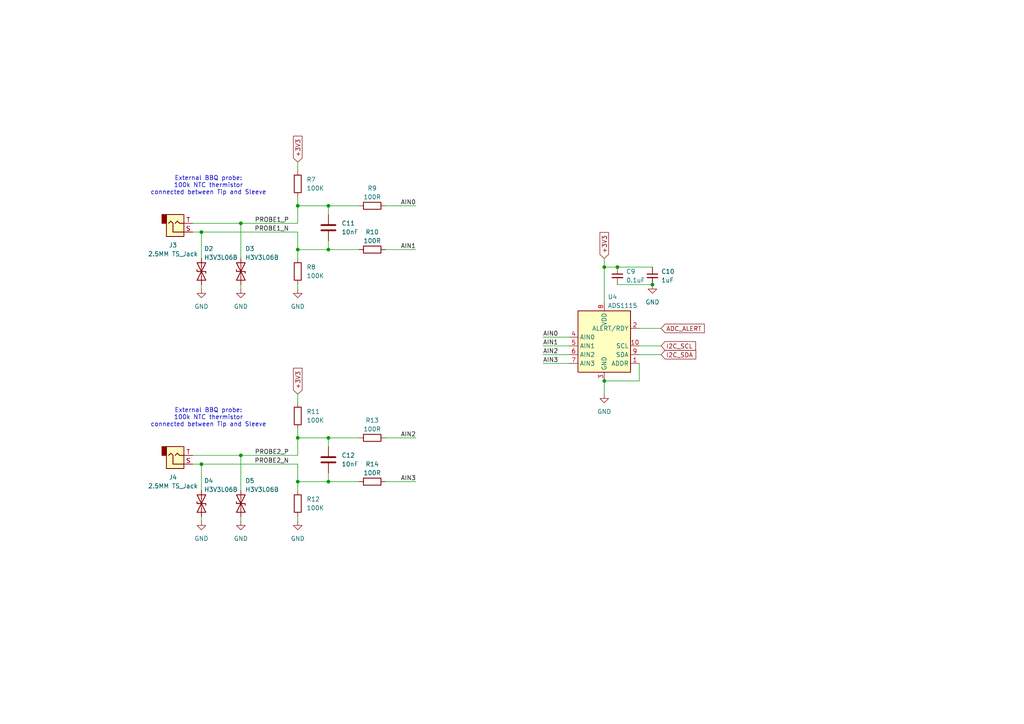
<source format=kicad_sch>
(kicad_sch (version 20250114) (generator "eeschema") (generator_version "9.0")
  (paper "A4")
  (lib_symbols
    (symbol "Analog_ADC:ADS1115IDGS"
      (property "Reference" "U" (at 2.54 13.97 0))
      (property "Value" "ADS1115IDGS" (at 7.62 11.43 0))
      (symbol "ADS1115IDGS_0_1"
        (rectangle (start -7.62 10.16) (end 7.62 -7.62) (stroke (width 0.254)) (fill (type background)))
      )
      (symbol "ADS1115IDGS_1_1"
        (pin input line (at -10.16 2.54 0) (length 2.54) (name "AIN0") (number "4"))
        (pin input line (at -10.16 0 0) (length 2.54) (name "AIN1") (number "5"))
        (pin input line (at -10.16 -2.54 0) (length 2.54) (name "AIN2") (number "6"))
        (pin input line (at -10.16 -5.08 0) (length 2.54) (name "AIN3") (number "7"))
        (pin power_in line (at 0 12.7 270) (length 2.54) (name "VDD") (number "8"))
        (pin power_in line (at 0 -10.16 90) (length 2.54) (name "GND") (number "3"))
        (pin output line (at 10.16 5.08 180) (length 2.54) (name "ALERT/RDY") (number "2"))
        (pin input line (at 10.16 0 180) (length 2.54) (name "SCL") (number "10"))
        (pin bidirectional line (at 10.16 -2.54 180) (length 2.54) (name "SDA") (number "9"))
        (pin input line (at 10.16 -5.08 180) (length 2.54) (name "ADDR") (number "1"))
      )
    )
    (symbol "Connector_Audio:AudioJack2"
      (property "Reference" "J" (at 0 8.89 0))
      (property "Value" "AudioJack2" (at 0 6.35 0))
      (symbol "AudioJack2_0_1"
        (rectangle (start -3.81 0) (end -2.54 -2.54) (stroke (width 0.254)) (fill (type outline)))
        (rectangle (start -2.54 3.81) (end 2.54 -2.54) (stroke (width 0.254)) (fill (type background)))
        (polyline (pts (xy 0 0) (xy 0.635 -0.635) (xy 1.27 0) (xy 2.54 0)) (stroke (width 0.254)))
        (polyline (pts (xy 2.54 2.54) (xy -0.635 2.54) (xy -0.635 0) (xy -1.27 -0.635) (xy -1.905 0)) (stroke (width 0.254)))
      )
      (symbol "AudioJack2_1_1"
        (pin passive line (at 5.08 2.54 180) (length 2.54) (name "~") (number "S"))
        (pin passive line (at 5.08 0 180) (length 2.54) (name "~") (number "T"))
      )
    )
    (symbol "Device:C" (pin_numbers (hide yes)) (pin_names (offset 0.254))
      (property "Reference" "C" (at 0.635 2.54 0))
      (property "Value" "C" (at 0.635 -2.54 0))
      (symbol "C_0_1"
        (polyline (pts (xy -2.032 0.762) (xy 2.032 0.762)) (stroke (width 0.508)))
        (polyline (pts (xy -2.032 -0.762) (xy 2.032 -0.762)) (stroke (width 0.508)))
      )
      (symbol "C_1_1"
        (pin passive line (at 0 3.81 270) (length 2.794) (name "~") (number "1"))
        (pin passive line (at 0 -3.81 90) (length 2.794) (name "~") (number "2"))
      )
    )
    (symbol "Device:C_Small" (pin_numbers (hide yes)) (pin_names (offset 0.254) (hide yes))
      (property "Reference" "C" (at 0.254 1.778 0))
      (property "Value" "C_Small" (at 0.254 -2.032 0))
      (symbol "C_Small_0_1"
        (polyline (pts (xy -1.524 0.508) (xy 1.524 0.508)) (stroke (width 0.3048)))
        (polyline (pts (xy -1.524 -0.508) (xy 1.524 -0.508)) (stroke (width 0.3302)))
      )
      (symbol "C_Small_1_1"
        (pin passive line (at 0 2.54 270) (length 2.032) (name "~") (number "1"))
        (pin passive line (at 0 -2.54 90) (length 2.032) (name "~") (number "2"))
      )
    )
    (symbol "Device:D_TVS" (pin_numbers (hide yes)) (pin_names (offset 1.016) (hide yes))
      (property "Reference" "D" (at 0 2.54 0))
      (property "Value" "D_TVS" (at 0 -2.54 0))
      (symbol "D_TVS_0_1"
        (polyline (pts (xy -2.54 1.27) (xy -2.54 -1.27) (xy 2.54 1.27) (xy 2.54 -1.27) (xy -2.54 1.27)) (stroke (width 0.254)))
        (polyline (pts (xy 0.508 1.27) (xy 0 1.27) (xy 0 -1.27) (xy -0.508 -1.27)) (stroke (width 0.254)))
        (polyline (pts (xy 1.27 0) (xy -1.27 0)))
      )
      (symbol "D_TVS_1_1"
        (pin passive line (at -3.81 0 0) (length 2.54) (name "A1") (number "1"))
        (pin passive line (at 3.81 0 180) (length 2.54) (name "A2") (number "2"))
      )
    )
    (symbol "Device:R" (pin_numbers (hide yes)) (pin_names (offset 0))
      (property "Reference" "R" (at 2.032 0 90))
      (property "Value" "R" (at 0 0 90))
      (symbol "R_0_1"
        (rectangle (start -1.016 -2.54) (end 1.016 2.54) (stroke (width 0.254)))
      )
      (symbol "R_1_1"
        (pin passive line (at 0 3.81 270) (length 1.27) (name "~") (number "1"))
        (pin passive line (at 0 -3.81 90) (length 1.27) (name "~") (number "2"))
      )
    )
    (symbol "power:GND" (power) (pin_numbers (hide yes)) (pin_names (offset 0) (hide yes))
      (property "Value" "GND" (at 0 -3.81 0))
      (symbol "GND_0_1"
        (polyline (pts (xy 0 0) (xy 0 -1.27) (xy 1.27 -1.27) (xy 0 -2.54) (xy -1.27 -1.27) (xy 0 -1.27)))
      )
      (symbol "GND_1_1"
        (pin power_in line (at 0 0 270) (length 0) (name "~") (number "1"))
      )
    )
  )
  (text "External BBQ probe:\n100k NTC thermistor\nconnected between Tip and Sleeve" (at 60.452 53.848 0) (effects (font (size 1.27 1.27))))
  (text "External BBQ probe:\n100k NTC thermistor\nconnected between Tip and Sleeve" (at 60.452 121.158 0) (effects (font (size 1.27 1.27))))
  (junction (at 86.36 72.39))
  (junction (at 58.42 134.62))
  (junction (at 58.42 67.31))
  (junction (at 86.36 127))
  (junction (at 175.26 77.47))
  (junction (at 189.23 82.55))
  (junction (at 179.07 77.47))
  (junction (at 69.85 64.77))
  (junction (at 95.25 72.39))
  (junction (at 69.85 132.08))
  (junction (at 175.26 110.49))
  (junction (at 86.36 59.69))
  (junction (at 86.36 139.7))
  (junction (at 95.25 59.69))
  (junction (at 95.25 139.7))
  (junction (at 95.25 127))
  (wire (pts (xy 95.25 139.7) (xy 104.14 139.7)))
  (wire (pts (xy 58.42 134.62) (xy 86.36 134.62)))
  (wire (pts (xy 179.07 82.55) (xy 189.23 82.55)))
  (wire (pts (xy 185.42 105.41) (xy 185.42 110.49)))
  (wire (pts (xy 175.26 77.47) (xy 179.07 77.47)))
  (wire (pts (xy 55.88 64.77) (xy 69.85 64.77)))
  (wire (pts (xy 175.26 110.49) (xy 185.42 110.49)))
  (wire (pts (xy 175.26 77.47) (xy 175.26 87.63)))
  (wire (pts (xy 95.25 69.85) (xy 95.25 72.39)))
  (wire (pts (xy 95.25 59.69) (xy 104.14 59.69)))
  (wire (pts (xy 86.36 127) (xy 86.36 132.08)))
  (wire (pts (xy 58.42 134.62) (xy 58.42 142.24)))
  (wire (pts (xy 69.85 151.13) (xy 69.85 149.86)))
  (wire (pts (xy 179.07 77.47) (xy 189.23 77.47)))
  (wire (pts (xy 86.36 59.69) (xy 95.25 59.69)))
  (wire (pts (xy 111.76 59.69) (xy 120.65 59.69)))
  (wire (pts (xy 185.42 102.87) (xy 191.77 102.87)))
  (wire (pts (xy 69.85 132.08) (xy 86.36 132.08)))
  (wire (pts (xy 86.36 139.7) (xy 86.36 142.24)))
  (wire (pts (xy 86.36 59.69) (xy 86.36 64.77)))
  (wire (pts (xy 86.36 134.62) (xy 86.36 139.7)))
  (wire (pts (xy 86.36 116.84) (xy 86.36 114.3)))
  (wire (pts (xy 95.25 127) (xy 104.14 127)))
  (wire (pts (xy 86.36 57.15) (xy 86.36 59.69)))
  (wire (pts (xy 185.42 100.33) (xy 191.77 100.33)))
  (wire (pts (xy 157.48 102.87) (xy 165.1 102.87)))
  (wire (pts (xy 157.48 105.41) (xy 165.1 105.41)))
  (wire (pts (xy 157.48 100.33) (xy 165.1 100.33)))
  (wire (pts (xy 86.36 72.39) (xy 86.36 74.93)))
  (wire (pts (xy 86.36 67.31) (xy 86.36 72.39)))
  (wire (pts (xy 86.36 72.39) (xy 95.25 72.39)))
  (wire (pts (xy 157.48 97.79) (xy 165.1 97.79)))
  (wire (pts (xy 58.42 149.86) (xy 58.42 151.13)))
  (wire (pts (xy 86.36 149.86) (xy 86.36 151.13)))
  (wire (pts (xy 175.26 74.93) (xy 175.26 77.47)))
  (wire (pts (xy 111.76 72.39) (xy 120.65 72.39)))
  (wire (pts (xy 69.85 83.82) (xy 69.85 82.55)))
  (wire (pts (xy 58.42 67.31) (xy 58.42 74.93)))
  (wire (pts (xy 58.42 67.31) (xy 86.36 67.31)))
  (wire (pts (xy 55.88 134.62) (xy 58.42 134.62)))
  (wire (pts (xy 86.36 124.46) (xy 86.36 127)))
  (wire (pts (xy 95.25 137.16) (xy 95.25 139.7)))
  (wire (pts (xy 55.88 67.31) (xy 58.42 67.31)))
  (wire (pts (xy 55.88 132.08) (xy 69.85 132.08)))
  (wire (pts (xy 111.76 139.7) (xy 120.65 139.7)))
  (wire (pts (xy 86.36 139.7) (xy 95.25 139.7)))
  (wire (pts (xy 95.25 59.69) (xy 95.25 62.23)))
  (wire (pts (xy 86.36 82.55) (xy 86.36 83.82)))
  (wire (pts (xy 185.42 95.25) (xy 191.77 95.25)))
  (wire (pts (xy 86.36 127) (xy 95.25 127)))
  (wire (pts (xy 86.36 49.53) (xy 86.36 46.99)))
  (wire (pts (xy 69.85 132.08) (xy 69.85 142.24)))
  (wire (pts (xy 175.26 114.3) (xy 175.26 110.49)))
  (wire (pts (xy 69.85 64.77) (xy 69.85 74.93)))
  (wire (pts (xy 111.76 127) (xy 120.65 127)))
  (wire (pts (xy 69.85 64.77) (xy 86.36 64.77)))
  (wire (pts (xy 95.25 72.39) (xy 104.14 72.39)))
  (wire (pts (xy 58.42 82.55) (xy 58.42 83.82)))
  (wire (pts (xy 95.25 127) (xy 95.25 129.54)))
  (label "AIN1" (at 157.48 100.33 0))
  (label "AIN0" (at 157.48 97.79 0))
  (label "PROBE2_N" (at 83.82 134.62 180))
  (label "AIN2" (at 157.48 102.87 0))
  (label "PROBE1_P" (at 83.82 64.77 180))
  (label "PROBE2_P" (at 83.82 132.08 180))
  (label "AIN3" (at 157.48 105.41 0))
  (label "AIN1" (at 120.65 72.39 180))
  (label "AIN2" (at 120.65 127 180))
  (label "AIN3" (at 120.65 139.7 180))
  (label "AIN0" (at 120.65 59.69 180))
  (label "PROBE1_N" (at 83.82 67.31 180))
  (global_label "+3V3" (shape input) (at 86.36 46.99 90) (property "Intersheetrefs" "${INTERSHEET_REFS}" (effects (hide yes))))
  (global_label "I2C_SDA" (shape input) (at 191.77 102.87 0) (property "Intersheetrefs" "${INTERSHEET_REFS}" (effects (hide yes))))
  (global_label "I2C_SCL" (shape input) (at 191.77 100.33 0) (property "Intersheetrefs" "${INTERSHEET_REFS}" (effects (hide yes))))
  (global_label "+3V3" (shape input) (at 175.26 74.93 90) (property "Intersheetrefs" "${INTERSHEET_REFS}" (effects (hide yes))))
  (global_label "+3V3" (shape input) (at 86.36 114.3 90) (property "Intersheetrefs" "${INTERSHEET_REFS}" (effects (hide yes))))
  (global_label "ADC_ALERT" (shape input) (at 191.77 95.25 0) (property "Intersheetrefs" "${INTERSHEET_REFS}" (effects (hide yes))))
  (symbol (lib_id "Connector_Audio:AudioJack2") (at 50.8 132.08 0) (mirror x) (unit 1)
    (property "Reference" "J4" (at 50.165 138.43 0))
    (property "Value" "2.5MM TS_Jack" (at 50.165 140.97 0))
    (property "Description" "Audio Jack, 2 Poles (Mono / TS)" (effects (hide yes)))
  )
  (symbol (lib_id "power:GND") (at 86.36 83.82 0) (unit 1)
    (property "Reference" "#PWR022" (effects (hide yes)))
    (property "Value" "GND" (at 86.36 88.9 0))
    (property "Description" "Power symbol creates a global label with name \"GND\" , ground" (effects (hide yes)))
  )
  (symbol (lib_id "power:GND") (at 86.36 151.13 0) (unit 1)
    (property "Reference" "#PWR027" (effects (hide yes)))
    (property "Value" "GND" (at 86.36 156.21 0))
    (property "Description" "Power symbol creates a global label with name \"GND\" , ground" (effects (hide yes)))
  )
  (symbol (lib_id "Device:C") (at 95.25 133.35 0) (unit 1)
    (property "Reference" "C12" (at 99.06 132.0799 0) (effects (justify left)))
    (property "Value" "10nF" (at 99.06 134.6199 0) (effects (justify left)))
    (property "Footprint" "Capacitor_SMD:C_0603_1608Metric" (effects (hide yes)))
    (property "Description" "Ceramic, X7R" (effects (hide yes)))
  )
  (symbol (lib_id "Device:D_TVS") (at 69.85 146.05 90) (unit 1)
    (property "Reference" "D5" (at 71.12 139.446 90) (effects (justify right)))
    (property "Value" "H3V3L06B" (at 71.12 141.986 90) (effects (justify right)))
    (property "Description" "Bidirectional transient-voltage-suppression diode" (effects (hide yes)))
  )
  (symbol (lib_id "power:GND") (at 58.42 151.13 0) (unit 1)
    (property "Reference" "#PWR023" (effects (hide yes)))
    (property "Value" "GND" (at 58.42 156.21 0))
    (property "Description" "Power symbol creates a global label with name \"GND\" , ground" (effects (hide yes)))
  )
  (symbol (lib_id "Device:C_Small") (at 189.23 80.01 0) (unit 1)
    (property "Reference" "C10" (at 191.77 78.7462 0) (effects (justify left)))
    (property "Value" "1uF" (at 191.77 81.2862 0) (effects (justify left)))
    (property "Description" "Unpolarized capacitor, small symbol" (effects (hide yes)))
  )
  (symbol (lib_id "Device:R") (at 107.95 127 90) (unit 1)
    (property "Reference" "R13" (at 107.95 121.92 90))
    (property "Value" "100R" (at 107.95 124.46 90))
    (property "Description" "Resistor" (effects (hide yes)))
  )
  (symbol (lib_id "Device:R") (at 107.95 59.69 90) (unit 1)
    (property "Reference" "R9" (at 107.95 54.61 90))
    (property "Value" "100R" (at 107.95 57.15 90))
    (property "Description" "Resistor" (effects (hide yes)))
  )
  (symbol (lib_id "Device:R") (at 86.36 120.65 0) (unit 1)
    (property "Reference" "R11" (at 88.9 119.3799 0) (effects (justify left)))
    (property "Value" "100K" (at 88.9 121.9199 0) (effects (justify left)))
    (property "Description" "Resistor" (effects (hide yes)))
  )
  (symbol (lib_id "Device:C_Small") (at 179.07 80.01 0) (unit 1)
    (property "Reference" "C9" (at 181.61 78.7462 0) (effects (justify left)))
    (property "Value" "0.1uF" (at 181.61 81.2862 0) (effects (justify left)))
    (property "Footprint" "Capacitor_SMD:C_0603_1608Metric" (effects (hide yes)))
    (property "Description" "Unpolarized capacitor, small symbol" (effects (hide yes)))
  )
  (symbol (lib_id "Device:R") (at 107.95 72.39 90) (unit 1)
    (property "Reference" "R10" (at 107.95 67.31 90))
    (property "Value" "100R" (at 107.95 69.85 90))
    (property "Description" "Resistor" (effects (hide yes)))
  )
  (symbol (lib_id "Device:D_TVS") (at 69.85 78.74 90) (unit 1)
    (property "Reference" "D3" (at 71.12 72.136 90) (effects (justify right)))
    (property "Value" "H3V3L06B" (at 71.12 74.676 90) (effects (justify right)))
    (property "Description" "Bidirectional transient-voltage-suppression diode" (effects (hide yes)))
  )
  (symbol (lib_id "Analog_ADC:ADS1115IDGS") (at 175.26 100.33 0) (unit 1)
    (property "Reference" "U4" (at 176.276 86.106 0) (effects (justify left)))
    (property "Value" "ADS1115" (at 176.276 88.646 0) (effects (justify left)))
    (property "Footprint" "Package_SO:TSSOP-10_3x3mm_P0.5mm" (effects (hide yes)))
    (property "Datasheet" "http://www.ti.com/lit/ds/symlink/ads1113.pdf" (effects (hide yes)))
    (property "Description" "Ultra-Small, Low-Power, I2C-Compatible, 860-SPS, 16-Bit ADCs With Internal Reference, Oscillator, and Programmable Comparator, VSSOP-10" (effects (hide yes)))
  )
  (symbol (lib_id "power:GND") (at 189.23 82.55 0) (unit 1)
    (property "Reference" "#PWR021" (effects (hide yes)))
    (property "Value" "GND" (at 189.23 87.63 0))
    (property "Description" "Power symbol creates a global label with name \"GND\" , ground" (effects (hide yes)))
  )
  (symbol (lib_id "power:GND") (at 58.42 83.82 0) (unit 1)
    (property "Reference" "#PWR024" (effects (hide yes)))
    (property "Value" "GND" (at 58.42 88.9 0))
    (property "Description" "Power symbol creates a global label with name \"GND\" , ground" (effects (hide yes)))
  )
  (symbol (lib_id "power:GND") (at 69.85 83.82 0) (unit 1)
    (property "Reference" "#PWR025" (effects (hide yes)))
    (property "Value" "GND" (at 69.85 88.9 0))
    (property "Description" "Power symbol creates a global label with name \"GND\" , ground" (effects (hide yes)))
  )
  (symbol (lib_id "power:GND") (at 175.26 114.3 0) (unit 1)
    (property "Reference" "#PWR020" (effects (hide yes)))
    (property "Value" "GND" (at 175.26 119.38 0))
    (property "Description" "Power symbol creates a global label with name \"GND\" , ground" (effects (hide yes)))
  )
  (symbol (lib_id "Device:R") (at 86.36 146.05 0) (unit 1)
    (property "Reference" "R12" (at 88.9 144.7799 0) (effects (justify left)))
    (property "Value" "100K" (at 88.9 147.3199 0) (effects (justify left)))
    (property "Description" "Resistor" (effects (hide yes)))
  )
  (symbol (lib_id "Device:D_TVS") (at 58.42 78.74 90) (unit 1)
    (property "Reference" "D2" (at 59.182 72.136 90) (effects (justify right)))
    (property "Value" "H3V3L06B" (at 59.182 74.676 90) (effects (justify right)))
    (property "Footprint" "Diode_SMD:D_0201_0603Metric" (effects (hide yes)))
    (property "Datasheet" "https://jlcpcb.com/api/file/downloadByFileSystemAccessId/8590922735398825984" (effects (hide yes)))
    (property "Description" "Bidirectional transient-voltage-suppression diode" (effects (hide yes)))
    (property "LCSC" "C20615778" (effects (hide yes)))
  )
  (symbol (lib_id "Connector_Audio:AudioJack2") (at 50.8 64.77 0) (mirror x) (unit 1)
    (property "Reference" "J3" (at 50.165 71.12 0))
    (property "Value" "2.5MM TS_Jack" (at 50.165 73.66 0))
    (property "Description" "Audio Jack, 2 Poles (Mono / TS)" (effects (hide yes)))
  )
  (symbol (lib_id "Device:R") (at 107.95 139.7 90) (unit 1)
    (property "Reference" "R14" (at 107.95 134.62 90))
    (property "Value" "100R" (at 107.95 137.16 90))
    (property "Description" "Resistor" (effects (hide yes)))
  )
  (symbol (lib_id "Device:R") (at 86.36 78.74 0) (unit 1)
    (property "Reference" "R8" (at 88.9 77.4699 0) (effects (justify left)))
    (property "Value" "100K" (at 88.9 80.0099 0) (effects (justify left)))
    (property "Description" "Resistor" (effects (hide yes)))
  )
  (symbol (lib_id "power:GND") (at 69.85 151.13 0) (unit 1)
    (property "Reference" "#PWR026" (effects (hide yes)))
    (property "Value" "GND" (at 69.85 156.21 0))
    (property "Description" "Power symbol creates a global label with name \"GND\" , ground" (effects (hide yes)))
  )
  (symbol (lib_id "Device:C") (at 95.25 66.04 0) (unit 1)
    (property "Reference" "C11" (at 99.06 64.7699 0) (effects (justify left)))
    (property "Value" "10nF" (at 99.06 67.3099 0) (effects (justify left)))
    (property "Footprint" "Capacitor_SMD:C_0603_1608Metric" (effects (hide yes)))
    (property "Description" "Ceramic, X7R" (effects (hide yes)))
  )
  (symbol (lib_id "Device:R") (at 86.36 53.34 0) (unit 1)
    (property "Reference" "R7" (at 88.9 52.0699 0) (effects (justify left)))
    (property "Value" "100K" (at 88.9 54.6099 0) (effects (justify left)))
    (property "Description" "Resistor" (effects (hide yes)))
  )
  (symbol (lib_id "Device:D_TVS") (at 58.42 146.05 90) (unit 1)
    (property "Reference" "D4" (at 59.182 139.446 90) (effects (justify right)))
    (property "Value" "H3V3L06B" (at 59.182 141.986 90) (effects (justify right)))
    (property "Footprint" "Diode_SMD:D_0201_0603Metric" (effects (hide yes)))
    (property "Datasheet" "https://jlcpcb.com/api/file/downloadByFileSystemAccessId/8590922735398825984" (effects (hide yes)))
    (property "Description" "Bidirectional transient-voltage-suppression diode" (effects (hide yes)))
    (property "LCSC" "C20615778" (effects (hide yes)))
  )
)
</source>
